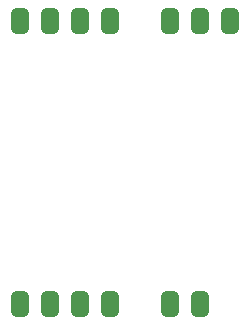
<source format=gbr>
%TF.GenerationSoftware,Altium Limited,Altium Designer,23.5.1 (21)*%
G04 Layer_Color=16711935*
%FSLAX45Y45*%
%MOMM*%
%TF.SameCoordinates,90272B24-A97A-474C-8309-4AF10B7EB36B*%
%TF.FilePolarity,Negative*%
%TF.FileFunction,Soldermask,Bot*%
%TF.Part,Single*%
G01*
G75*
%TA.AperFunction,ComponentPad*%
G04:AMPARAMS|DCode=27|XSize=1.5032mm|YSize=2.2032mm|CornerRadius=0.4266mm|HoleSize=0mm|Usage=FLASHONLY|Rotation=180.000|XOffset=0mm|YOffset=0mm|HoleType=Round|Shape=RoundedRectangle|*
%AMROUNDEDRECTD27*
21,1,1.50320,1.35000,0,0,180.0*
21,1,0.65000,2.20320,0,0,180.0*
1,1,0.85320,-0.32500,0.67500*
1,1,0.85320,0.32500,0.67500*
1,1,0.85320,0.32500,-0.67500*
1,1,0.85320,-0.32500,-0.67500*
%
%ADD27ROUNDEDRECTD27*%
D27*
X3572000Y2415000D02*
D03*
X3064000D02*
D03*
X3318000D02*
D03*
X2556000Y25000D02*
D03*
X2302000D02*
D03*
X2048000D02*
D03*
X1794000D02*
D03*
Y2415000D02*
D03*
X2048000D02*
D03*
X2302000D02*
D03*
X2556000D02*
D03*
X3318000Y25000D02*
D03*
X3064000D02*
D03*
%TF.MD5,b711ea0cd5a09ecdd3ee31f0b9c5073c*%
M02*

</source>
